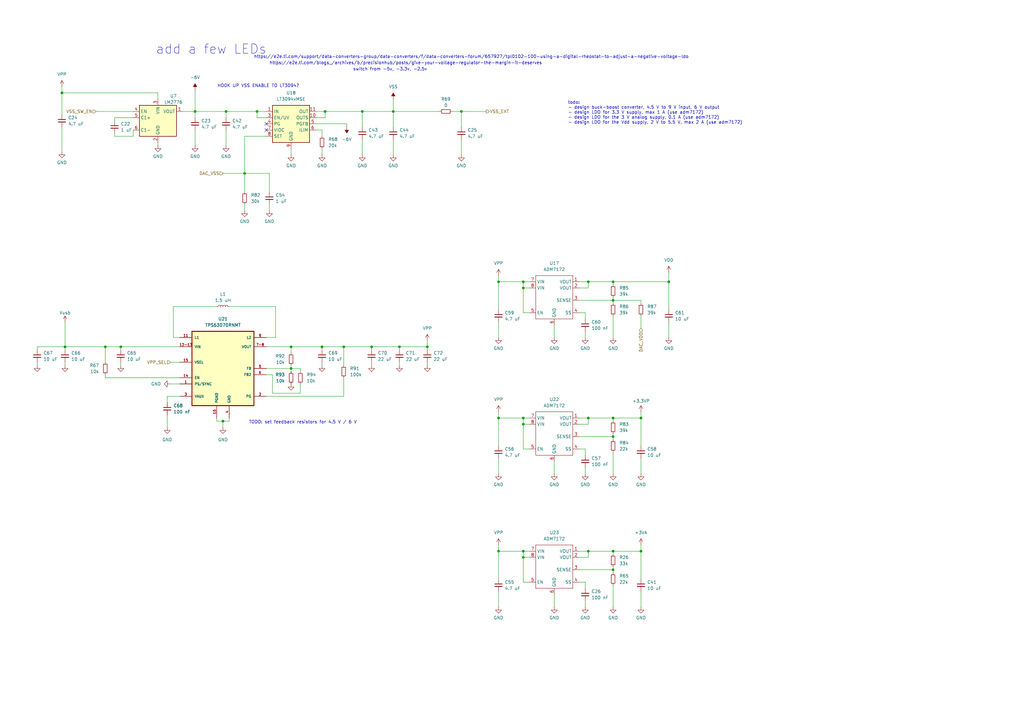
<source format=kicad_sch>
(kicad_sch (version 20230819) (generator eeschema)
  (paper "A3")
  (lib_symbols
    (symbol "Device:C_Small" (pin_numbers hide) (pin_names (offset 0.254) hide)
      (property "Reference" "C" (at 0.254 1.778 0))
      (property "Value" "C_Small" (at 0.254 -2.032 0))
      (symbol "C_Small_0_1"
        (polyline (pts (xy -1.524 -0.508) (xy 1.524 -0.508)) (stroke (width 0.3302)))
        (polyline (pts (xy -1.524 0.508) (xy 1.524 0.508)) (stroke (width 0.3048)))
      )
      (symbol "C_Small_1_1"
        (pin passive line (at 0 2.54 270) (length 2.032) (name "~") (number "1"))
        (pin passive line (at 0 -2.54 90) (length 2.032) (name "~") (number "2"))
      )
    )
    (symbol "Device:L_Small" (pin_numbers hide) (pin_names (offset 0.254) hide)
      (property "Reference" "L" (at 0.762 1.016 0))
      (property "Value" "L_Small" (at 0.762 -1.016 0))
      (symbol "L_Small_0_1"
        (arc (start 0 -2.032) (mid 0.5058 -1.524) (end 0 -1.016))
        (arc (start 0 -1.016) (mid 0.5058 -0.508) (end 0 0))
        (arc (start 0 0) (mid 0.5058 0.508) (end 0 1.016))
        (arc (start 0 1.016) (mid 0.5058 1.524) (end 0 2.032))
      )
      (symbol "L_Small_1_1"
        (pin passive line (at 0 2.54 270) (length 0.508) (name "~") (number "1"))
        (pin passive line (at 0 -2.54 90) (length 0.508) (name "~") (number "2"))
      )
    )
    (symbol "Device:R_Small" (pin_numbers hide) (pin_names (offset 0.254) hide)
      (property "Reference" "R" (at 0.762 0.508 0))
      (property "Value" "R_Small" (at 0.762 -1.016 0))
      (symbol "R_Small_0_1"
        (rectangle (start -0.762 1.778) (end 0.762 -1.778) (stroke (width 0.2032)))
      )
      (symbol "R_Small_1_1"
        (pin passive line (at 0 2.54 270) (length 0.762) (name "~") (number "1"))
        (pin passive line (at 0 -2.54 90) (length 0.762) (name "~") (number "2"))
      )
    )
    (symbol "Regulator_Linear:LT3094xMSE"
      (property "Reference" "U" (at -6.35 8.89 0))
      (property "Value" "LT3094xMSE" (at 1.27 8.89 0))
      (symbol "LT3094xMSE_0_0"
        (pin passive line (at 10.16 5.08 180) (length 2.54) hide (name "OUT") (number "12"))
        (pin passive line (at -10.16 5.08 0) (length 2.54) hide (name "IN") (number "13"))
      )
      (symbol "LT3094xMSE_0_1"
        (rectangle (start 7.62 7.62) (end -7.62 -7.62) (stroke (width 0.254)) (fill (type background)))
      )
      (symbol "LT3094xMSE_1_1"
        (pin power_in line (at -10.16 5.08 0) (length 2.54) (name "IN") (number "1"))
        (pin input line (at 10.16 2.54 180) (length 2.54) (name "OUTS") (number "10"))
        (pin power_out line (at 10.16 5.08 180) (length 2.54) (name "OUT") (number "11"))
        (pin passive line (at -10.16 5.08 0) (length 2.54) hide (name "IN") (number "2"))
        (pin input line (at -10.16 2.54 0) (length 2.54) (name "EN/UV") (number "3"))
        (pin open_collector line (at -10.16 0 0) (length 2.54) (name "PG") (number "4"))
        (pin input line (at 10.16 0 180) (length 2.54) (name "PGFB") (number "5"))
        (pin passive line (at 10.16 -2.54 180) (length 2.54) (name "ILIM") (number "6"))
        (pin passive line (at -10.16 -2.54 0) (length 2.54) (name "VIOC") (number "7"))
        (pin passive line (at -10.16 -5.08 0) (length 2.54) (name "SET") (number "8"))
        (pin power_in line (at 0 -10.16 90) (length 2.54) (name "GND") (number "9"))
      )
    )
    (symbol "Regulator_SwitchedCapacitor:LM2776"
      (property "Reference" "U" (at -6.35 6.35 0))
      (property "Value" "LM2776" (at 1.27 6.35 0))
      (symbol "LM2776_0_1"
        (rectangle (start -7.62 5.08) (end 7.62 -7.62) (stroke (width 0.254)) (fill (type background)))
      )
      (symbol "LM2776_1_1"
        (pin power_out line (at 10.16 2.54 180) (length 2.54) (name "VOUT") (number "1"))
        (pin power_in line (at 0 -10.16 90) (length 2.54) (name "GND") (number "2"))
        (pin power_in line (at 0 7.62 270) (length 2.54) (name "VIN") (number "3"))
        (pin input line (at -10.16 2.54 0) (length 2.54) (name "EN") (number "4"))
        (pin passive line (at -10.16 0 0) (length 2.54) (name "C1+") (number "5"))
        (pin passive line (at -10.16 -5.08 0) (length 2.54) (name "C1-") (number "6"))
      )
    )
    (symbol "jtk_rf:ADM7172"
      (property "Reference" "U" (at -7.366 10.668 0))
      (property "Value" "ADM7172" (at 4.826 10.668 0))
      (symbol "ADM7172_0_1"
        (rectangle (start -7.62 8.89) (end 7.62 -8.89))
      )
      (symbol "ADM7172_1_1"
        (pin power_out line (at 10.16 6.35 180) (length 2.54) (name "VOUT") (number "1"))
        (pin power_out line (at 10.16 3.81 180) (length 2.54) (name "VOUT") (number "2"))
        (pin input line (at 10.16 -1.27 180) (length 2.54) (name "SENSE") (number "3"))
        (pin output line (at 10.16 -6.35 180) (length 2.54) (name "SS") (number "4"))
        (pin input line (at -10.16 -6.35 0) (length 2.54) (name "EN") (number "5"))
        (pin power_in line (at 0 -11.43 90) (length 2.54) (name "GND") (number "6"))
        (pin power_in line (at -10.16 6.35 0) (length 2.54) (name "VIN") (number "7"))
        (pin power_in line (at -10.16 3.81 0) (length 2.54) (name "VIN") (number "8"))
        (pin power_in line (at 0 -11.43 90) (length 2.54) hide (name "GND") (number "9"))
      )
    )
    (symbol "jtk_rf_libs:Vusb" (power) (in_bom no) (on_board no)
      (property "Value" "Vusb" (at 0 3.81 0))
      (symbol "Vusb_0_1"
        (polyline (pts (xy 0 0) (xy 0 2.54) (xy -0.635 1.27) (xy 0 2.54) (xy 0.635 1.27)))
      )
      (symbol "Vusb_1_1"
        (pin power_in line (at 0 0 0) (length 0) hide (name "Vusb") (number ""))
      )
    )
    (symbol "power:+3.3VP" (power) (pin_names (offset 0))
      (property "Value" "+3.3VP" (at 0 2.54 0))
      (symbol "+3.3VP_0_0"
        (pin power_in line (at 0 0 90) (length 0) hide (name "+3.3VP") (number "1"))
      )
      (symbol "+3.3VP_0_1"
        (polyline (pts (xy -0.762 1.27) (xy 0 2.54)))
        (polyline (pts (xy 0 0) (xy 0 2.54)))
        (polyline (pts (xy 0 2.54) (xy 0.762 1.27)))
      )
    )
    (symbol "power:-6V" (power) (pin_names (offset 0))
      (property "Value" "-6V" (at 0 3.81 0))
      (symbol "-6V_0_0"
        (pin power_in line (at 0 0 90) (length 0) hide (name "-6V") (number "1"))
      )
      (symbol "-6V_0_1"
        (polyline (pts (xy 0 0) (xy 0 1.27) (xy 0.762 1.27) (xy 0 2.54) (xy -0.762 1.27) (xy 0 1.27)) (fill (type outline)))
      )
    )
    (symbol "power:GND" (power) (pin_names (offset 0))
      (property "Value" "GND" (at 0 -3.81 0))
      (symbol "GND_0_1"
        (polyline (pts (xy 0 0) (xy 0 -1.27) (xy 1.27 -1.27) (xy 0 -2.54) (xy -1.27 -1.27) (xy 0 -1.27)))
      )
      (symbol "GND_1_1"
        (pin power_in line (at 0 0 270) (length 0) hide (name "GND") (number "1"))
      )
    )
    (symbol "power:VDD" (power) (pin_names (offset 0))
      (property "Value" "VDD" (at 0 3.81 0))
      (symbol "VDD_0_1"
        (polyline (pts (xy -0.762 1.27) (xy 0 2.54)))
        (polyline (pts (xy 0 0) (xy 0 2.54)))
        (polyline (pts (xy 0 2.54) (xy 0.762 1.27)))
      )
      (symbol "VDD_1_1"
        (pin power_in line (at 0 0 90) (length 0) hide (name "VDD") (number "1"))
      )
    )
    (symbol "power:VPP" (power) (pin_names (offset 0))
      (property "Value" "VPP" (at 0 3.81 0))
      (symbol "VPP_0_1"
        (polyline (pts (xy -0.762 1.27) (xy 0 2.54)))
        (polyline (pts (xy 0 0) (xy 0 2.54)))
        (polyline (pts (xy 0 2.54) (xy 0.762 1.27)))
      )
      (symbol "VPP_1_1"
        (pin power_in line (at 0 0 90) (length 0) hide (name "VPP") (number "1"))
      )
    )
    (symbol "power:VSS" (power) (pin_names (offset 0))
      (property "Value" "VSS" (at 0 3.81 0))
      (symbol "VSS_0_1"
        (polyline (pts (xy 0 0) (xy 0 2.54)))
        (polyline (pts (xy 0.762 1.27) (xy -0.762 1.27) (xy 0 2.54) (xy 0.762 1.27)) (fill (type outline)))
      )
      (symbol "VSS_1_1"
        (pin power_in line (at 0 0 90) (length 0) hide (name "VSS") (number "1"))
      )
    )
    (symbol "tps63070:TPS63070RNMT" (pin_names (offset 1.016))
      (property "Reference" "U" (at -12.7 16.24 0))
      (property "Value" "TPS63070RNMT" (at -23.876 -18.288 0))
      (symbol "TPS63070RNMT_0_0"
        (rectangle (start -12.7 15.24) (end 12.7 -15.24) (stroke (width 0.41)) (fill (type background)))
        (pin input line (at -17.78 -6.35 0) (length 5.08) (name "PS/SYNC") (number "1"))
        (pin power_in line (at -2.54 -20.32 90) (length 5.08) (name "PGND") (number "10"))
        (pin input line (at -17.78 12.7 0) (length 5.08) (name "L1") (number "11"))
        (pin input line (at -17.78 8.89 0) (length 5.08) (name "VIN") (number "12-13"))
        (pin input line (at -17.78 -3.81 0) (length 5.08) (name "EN") (number "14"))
        (pin input line (at -17.78 2.54 0) (length 5.08) (name "VSEL") (number "15"))
        (pin output line (at 17.78 -11.43 180) (length 5.08) (name "PG") (number "2"))
        (pin output line (at -17.78 -11.43 0) (length 5.08) (name "VAUX") (number "3"))
        (pin power_in line (at 2.54 -20.32 90) (length 5.08) (name "GND") (number "4"))
        (pin input line (at 17.78 0 180) (length 5.08) (name "FB") (number "5"))
        (pin output line (at 17.78 -2.54 180) (length 5.08) (name "FB2") (number "6"))
        (pin output line (at 17.78 8.89 180) (length 5.08) (name "VOUT") (number "7-8"))
        (pin input line (at 17.78 12.7 180) (length 5.08) (name "L2") (number "9"))
      )
    )
  )
  (junction (at 251.46 226.06))
  (junction (at 251.46 171.45))
  (junction (at 25.4 38.1))
  (junction (at 161.29 45.72))
  (junction (at 132.08 142.24))
  (junction (at 214.63 173.99))
  (junction (at 26.67 142.24))
  (junction (at 105.41 45.72))
  (junction (at 163.83 142.24))
  (junction (at 189.23 45.72))
  (junction (at 241.3 226.06))
  (junction (at 91.44 172.72))
  (junction (at 214.63 115.57))
  (junction (at 204.47 171.45))
  (junction (at 262.89 226.06))
  (junction (at 204.47 115.57))
  (junction (at 100.33 71.12))
  (junction (at 262.89 171.45))
  (junction (at 152.4 142.24))
  (junction (at 43.18 142.24))
  (junction (at 119.38 151.13))
  (junction (at 241.3 171.45))
  (junction (at 175.26 142.24))
  (junction (at 140.97 142.24))
  (junction (at 133.35 45.72))
  (junction (at 251.46 233.68))
  (junction (at 251.46 115.57))
  (junction (at 214.63 118.11))
  (junction (at 241.3 115.57))
  (junction (at 214.63 226.06))
  (junction (at 49.53 142.24))
  (junction (at 214.63 171.45))
  (junction (at 251.46 179.07))
  (junction (at 251.46 123.19))
  (junction (at 80.01 45.72))
  (junction (at 214.63 228.6))
  (junction (at 92.71 45.72))
  (junction (at 204.47 226.06))
  (junction (at 119.38 142.24))
  (junction (at 148.59 45.72))
  (junction (at 274.32 115.57))
  (no_connect (at 109.22 50.8))
  (no_connect (at 109.22 53.34))
  (wire (pts (xy 111.76 161.29) (xy 123.19 161.29)))
  (wire (pts (xy 110.49 78.74) (xy 110.49 71.12)))
  (wire (pts (xy 69.85 148.59) (xy 73.66 148.59)))
  (wire (pts (xy 15.24 142.24) (xy 15.24 143.51)))
  (wire (pts (xy 175.26 148.59) (xy 175.26 149.86)))
  (wire (pts (xy 251.46 240.03) (xy 251.46 248.92)))
  (wire (pts (xy 241.3 171.45) (xy 237.49 171.45)))
  (wire (pts (xy 25.4 46.99) (xy 25.4 38.1)))
  (wire (pts (xy 237.49 123.19) (xy 251.46 123.19)))
  (wire (pts (xy 49.53 142.24) (xy 49.53 143.51)))
  (wire (pts (xy 251.46 226.06) (xy 251.46 227.33)))
  (wire (pts (xy 237.49 184.15) (xy 240.03 184.15)))
  (wire (pts (xy 175.26 139.7) (xy 175.26 142.24)))
  (wire (pts (xy 91.44 172.72) (xy 91.44 175.26)))
  (wire (pts (xy 148.59 57.15) (xy 148.59 63.5)))
  (wire (pts (xy 15.24 148.59) (xy 15.24 149.86)))
  (wire (pts (xy 237.49 118.11) (xy 241.3 118.11)))
  (wire (pts (xy 241.3 173.99) (xy 241.3 171.45)))
  (wire (pts (xy 163.83 142.24) (xy 175.26 142.24)))
  (wire (pts (xy 100.33 83.82) (xy 100.33 86.36)))
  (wire (pts (xy 204.47 223.52) (xy 204.47 226.06)))
  (wire (pts (xy 241.3 226.06) (xy 237.49 226.06)))
  (wire (pts (xy 240.03 135.89) (xy 240.03 138.43)))
  (wire (pts (xy 43.18 142.24) (xy 43.18 148.59)))
  (wire (pts (xy 227.33 243.84) (xy 227.33 248.92)))
  (wire (pts (xy 71.12 138.43) (xy 71.12 125.73)))
  (wire (pts (xy 204.47 168.91) (xy 204.47 171.45)))
  (wire (pts (xy 274.32 111.76) (xy 274.32 115.57)))
  (wire (pts (xy 251.46 177.8) (xy 251.46 179.07)))
  (wire (pts (xy 73.66 162.56) (xy 68.58 162.56)))
  (wire (pts (xy 240.03 184.15) (xy 240.03 186.69)))
  (wire (pts (xy 240.03 191.77) (xy 240.03 194.31)))
  (wire (pts (xy 100.33 55.88) (xy 109.22 55.88)))
  (wire (pts (xy 251.46 115.57) (xy 251.46 116.84)))
  (wire (pts (xy 100.33 55.88) (xy 100.33 71.12)))
  (wire (pts (xy 241.3 115.57) (xy 237.49 115.57)))
  (wire (pts (xy 214.63 173.99) (xy 217.17 173.99)))
  (wire (pts (xy 251.46 115.57) (xy 241.3 115.57)))
  (wire (pts (xy 214.63 118.11) (xy 214.63 115.57)))
  (wire (pts (xy 241.3 228.6) (xy 241.3 226.06)))
  (wire (pts (xy 152.4 148.59) (xy 152.4 149.86)))
  (wire (pts (xy 113.03 138.43) (xy 109.22 138.43)))
  (wire (pts (xy 132.08 53.34) (xy 132.08 55.88)))
  (wire (pts (xy 251.46 185.42) (xy 251.46 194.31)))
  (wire (pts (xy 214.63 171.45) (xy 217.17 171.45)))
  (wire (pts (xy 123.19 151.13) (xy 123.19 152.4)))
  (wire (pts (xy 204.47 237.49) (xy 204.47 226.06)))
  (wire (pts (xy 26.67 132.08) (xy 26.67 142.24)))
  (wire (pts (xy 133.35 45.72) (xy 148.59 45.72)))
  (wire (pts (xy 73.66 138.43) (xy 71.12 138.43)))
  (wire (pts (xy 251.46 115.57) (xy 274.32 115.57)))
  (wire (pts (xy 204.47 171.45) (xy 214.63 171.45)))
  (wire (pts (xy 25.4 52.07) (xy 25.4 62.23)))
  (wire (pts (xy 251.46 233.68) (xy 251.46 234.95)))
  (wire (pts (xy 237.49 179.07) (xy 251.46 179.07)))
  (wire (pts (xy 46.99 48.26) (xy 54.61 48.26)))
  (wire (pts (xy 46.99 48.26) (xy 46.99 49.53)))
  (wire (pts (xy 140.97 142.24) (xy 140.97 149.86)))
  (wire (pts (xy 109.22 48.26) (xy 105.41 48.26)))
  (wire (pts (xy 15.24 142.24) (xy 26.67 142.24)))
  (wire (pts (xy 262.89 129.54) (xy 262.89 134.62)))
  (wire (pts (xy 109.22 153.67) (xy 111.76 153.67)))
  (wire (pts (xy 262.89 123.19) (xy 262.89 124.46)))
  (wire (pts (xy 43.18 154.94) (xy 73.66 154.94)))
  (wire (pts (xy 129.54 53.34) (xy 132.08 53.34)))
  (wire (pts (xy 132.08 148.59) (xy 132.08 149.86)))
  (wire (pts (xy 109.22 151.13) (xy 119.38 151.13)))
  (wire (pts (xy 204.47 187.96) (xy 204.47 194.31)))
  (wire (pts (xy 262.89 226.06) (xy 262.89 237.49)))
  (wire (pts (xy 217.17 238.76) (xy 214.63 238.76)))
  (wire (pts (xy 110.49 71.12) (xy 100.33 71.12)))
  (wire (pts (xy 262.89 242.57) (xy 262.89 248.92)))
  (wire (pts (xy 71.12 125.73) (xy 88.9 125.73)))
  (wire (pts (xy 46.99 54.61) (xy 46.99 55.88)))
  (wire (pts (xy 251.46 123.19) (xy 262.89 123.19)))
  (wire (pts (xy 80.01 53.34) (xy 80.01 59.69)))
  (wire (pts (xy 25.4 38.1) (xy 64.77 38.1)))
  (wire (pts (xy 26.67 148.59) (xy 26.67 149.86)))
  (wire (pts (xy 93.98 125.73) (xy 113.03 125.73)))
  (wire (pts (xy 91.44 71.12) (xy 100.33 71.12)))
  (wire (pts (xy 80.01 36.83) (xy 80.01 45.72)))
  (wire (pts (xy 129.54 48.26) (xy 133.35 48.26)))
  (wire (pts (xy 185.42 45.72) (xy 189.23 45.72)))
  (wire (pts (xy 251.46 226.06) (xy 241.3 226.06)))
  (wire (pts (xy 214.63 128.27) (xy 214.63 118.11)))
  (wire (pts (xy 237.49 233.68) (xy 251.46 233.68)))
  (wire (pts (xy 214.63 228.6) (xy 214.63 226.06)))
  (wire (pts (xy 25.4 35.56) (xy 25.4 38.1)))
  (wire (pts (xy 214.63 238.76) (xy 214.63 228.6)))
  (wire (pts (xy 123.19 157.48) (xy 123.19 161.29)))
  (wire (pts (xy 105.41 45.72) (xy 109.22 45.72)))
  (wire (pts (xy 54.61 55.88) (xy 54.61 53.34)))
  (wire (pts (xy 251.46 129.54) (xy 251.46 138.43)))
  (wire (pts (xy 274.32 132.08) (xy 274.32 138.43)))
  (wire (pts (xy 175.26 142.24) (xy 175.26 143.51)))
  (wire (pts (xy 113.03 125.73) (xy 113.03 138.43)))
  (wire (pts (xy 214.63 115.57) (xy 217.17 115.57)))
  (wire (pts (xy 105.41 48.26) (xy 105.41 45.72)))
  (wire (pts (xy 214.63 118.11) (xy 217.17 118.11)))
  (wire (pts (xy 204.47 127) (xy 204.47 115.57)))
  (wire (pts (xy 132.08 142.24) (xy 132.08 143.51)))
  (wire (pts (xy 251.46 232.41) (xy 251.46 233.68)))
  (wire (pts (xy 46.99 55.88) (xy 54.61 55.88)))
  (wire (pts (xy 262.89 168.91) (xy 262.89 171.45)))
  (wire (pts (xy 92.71 53.34) (xy 92.71 59.69)))
  (wire (pts (xy 237.49 228.6) (xy 241.3 228.6)))
  (wire (pts (xy 152.4 142.24) (xy 163.83 142.24)))
  (wire (pts (xy 237.49 238.76) (xy 240.03 238.76)))
  (wire (pts (xy 251.46 179.07) (xy 251.46 180.34)))
  (wire (pts (xy 251.46 171.45) (xy 262.89 171.45)))
  (wire (pts (xy 274.32 115.57) (xy 274.32 127)))
  (wire (pts (xy 91.44 172.72) (xy 93.98 172.72)))
  (wire (pts (xy 227.33 133.35) (xy 227.33 138.43)))
  (wire (pts (xy 161.29 40.64) (xy 161.29 45.72)))
  (wire (pts (xy 227.33 189.23) (xy 227.33 194.31)))
  (wire (pts (xy 142.24 52.07) (xy 142.24 50.8)))
  (wire (pts (xy 111.76 153.67) (xy 111.76 161.29)))
  (wire (pts (xy 119.38 142.24) (xy 119.38 144.78)))
  (wire (pts (xy 163.83 142.24) (xy 163.83 143.51)))
  (wire (pts (xy 217.17 128.27) (xy 214.63 128.27)))
  (wire (pts (xy 240.03 246.38) (xy 240.03 248.92)))
  (wire (pts (xy 74.93 45.72) (xy 80.01 45.72)))
  (wire (pts (xy 100.33 78.74) (xy 100.33 71.12)))
  (wire (pts (xy 129.54 45.72) (xy 133.35 45.72)))
  (wire (pts (xy 92.71 45.72) (xy 105.41 45.72)))
  (wire (pts (xy 140.97 142.24) (xy 152.4 142.24)))
  (wire (pts (xy 237.49 128.27) (xy 240.03 128.27)))
  (wire (pts (xy 204.47 226.06) (xy 214.63 226.06)))
  (wire (pts (xy 119.38 151.13) (xy 119.38 149.86)))
  (wire (pts (xy 88.9 171.45) (xy 88.9 172.72)))
  (wire (pts (xy 204.47 242.57) (xy 204.47 248.92)))
  (wire (pts (xy 241.3 118.11) (xy 241.3 115.57)))
  (wire (pts (xy 109.22 142.24) (xy 119.38 142.24)))
  (wire (pts (xy 39.37 45.72) (xy 54.61 45.72)))
  (wire (pts (xy 214.63 173.99) (xy 214.63 171.45)))
  (wire (pts (xy 129.54 50.8) (xy 142.24 50.8)))
  (wire (pts (xy 163.83 148.59) (xy 163.83 149.86)))
  (wire (pts (xy 132.08 60.96) (xy 132.08 63.5)))
  (wire (pts (xy 240.03 238.76) (xy 240.03 241.3)))
  (wire (pts (xy 204.47 182.88) (xy 204.47 171.45)))
  (wire (pts (xy 214.63 184.15) (xy 214.63 173.99)))
  (wire (pts (xy 161.29 57.15) (xy 161.29 63.5)))
  (wire (pts (xy 148.59 45.72) (xy 148.59 52.07)))
  (wire (pts (xy 204.47 115.57) (xy 214.63 115.57)))
  (wire (pts (xy 68.58 162.56) (xy 68.58 165.1)))
  (wire (pts (xy 93.98 172.72) (xy 93.98 171.45)))
  (wire (pts (xy 92.71 45.72) (xy 92.71 48.26)))
  (wire (pts (xy 68.58 170.18) (xy 68.58 175.26)))
  (wire (pts (xy 237.49 173.99) (xy 241.3 173.99)))
  (wire (pts (xy 49.53 148.59) (xy 49.53 149.86)))
  (wire (pts (xy 119.38 151.13) (xy 119.38 152.4)))
  (wire (pts (xy 148.59 45.72) (xy 161.29 45.72)))
  (wire (pts (xy 189.23 57.15) (xy 189.23 63.5)))
  (wire (pts (xy 80.01 45.72) (xy 92.71 45.72)))
  (wire (pts (xy 140.97 154.94) (xy 140.97 162.56)))
  (wire (pts (xy 251.46 226.06) (xy 262.89 226.06)))
  (wire (pts (xy 26.67 142.24) (xy 26.67 143.51)))
  (wire (pts (xy 214.63 228.6) (xy 217.17 228.6)))
  (wire (pts (xy 64.77 58.42) (xy 64.77 59.69)))
  (wire (pts (xy 69.85 157.48) (xy 73.66 157.48)))
  (wire (pts (xy 64.77 38.1) (xy 64.77 40.64)))
  (wire (pts (xy 204.47 132.08) (xy 204.47 138.43)))
  (wire (pts (xy 189.23 45.72) (xy 199.39 45.72)))
  (wire (pts (xy 110.49 83.82) (xy 110.49 86.36)))
  (wire (pts (xy 80.01 45.72) (xy 80.01 48.26)))
  (wire (pts (xy 119.38 60.96) (xy 119.38 63.5)))
  (wire (pts (xy 161.29 45.72) (xy 161.29 52.07)))
  (wire (pts (xy 119.38 142.24) (xy 132.08 142.24)))
  (wire (pts (xy 262.89 223.52) (xy 262.89 226.06)))
  (wire (pts (xy 43.18 153.67) (xy 43.18 154.94)))
  (wire (pts (xy 152.4 142.24) (xy 152.4 143.51)))
  (wire (pts (xy 251.46 123.19) (xy 251.46 124.46)))
  (wire (pts (xy 214.63 226.06) (xy 217.17 226.06)))
  (wire (pts (xy 26.67 142.24) (xy 43.18 142.24)))
  (wire (pts (xy 133.35 48.26) (xy 133.35 45.72)))
  (wire (pts (xy 189.23 45.72) (xy 189.23 52.07)))
  (wire (pts (xy 109.22 162.56) (xy 140.97 162.56)))
  (wire (pts (xy 240.03 128.27) (xy 240.03 130.81)))
  (wire (pts (xy 262.89 187.96) (xy 262.89 194.31)))
  (wire (pts (xy 217.17 184.15) (xy 214.63 184.15)))
  (wire (pts (xy 204.47 113.03) (xy 204.47 115.57)))
  (wire (pts (xy 262.89 171.45) (xy 262.89 182.88)))
  (wire (pts (xy 49.53 142.24) (xy 73.66 142.24)))
  (wire (pts (xy 251.46 121.92) (xy 251.46 123.19)))
  (wire (pts (xy 161.29 45.72) (xy 180.34 45.72)))
  (wire (pts (xy 43.18 142.24) (xy 49.53 142.24)))
  (wire (pts (xy 119.38 151.13) (xy 123.19 151.13)))
  (wire (pts (xy 132.08 142.24) (xy 140.97 142.24)))
  (wire (pts (xy 88.9 172.72) (xy 91.44 172.72)))
  (wire (pts (xy 251.46 171.45) (xy 251.46 172.72)))
  (wire (pts (xy 251.46 171.45) (xy 241.3 171.45)))
  (text "TODO: set feedback resistors for 4.5 V / 6 V" (at 124.206 173.228 0) (effects (font (size 1.27 1.27))))
  (text "https://e2e.ti.com/support/data-converters-group/data-converters/f/data-converters-forum/657927/tpl0102-100-using-a-digital-rheostat-to-adjust-a-negative-voltage-ldo" (at 104.14 24.13 0) (effects (font (size 1.27 1.27)) (justify left bottom)))
  (text "switch from -5v, -3.3v, -2.5v" (at 144.78 29.21 0) (effects (font (size 1.27 1.27)) (justify left bottom)))
  (text "HOOK UP VSS ENABLE TO LT3094?" (at 105.918 35.306 0) (effects (font (size 1.27 1.27))))
  (text "add a few LEDs" (at 86.614 20.32 0) (effects (font (size 3.81 3.81))))
  (text "https://e2e.ti.com/blogs_/archives/b/precisionhub/posts/give-your-voltage-regulator-the-margin-it-deserves" (at 110.49 26.67 0) (effects (font (size 1.27 1.27)) (justify left bottom)))
  (text "todo:\n- design buck-boost converter, 4.5 V to 9 V input, 6 V output\n- design LDO for 3.3 V supply, max 1 A (use adm7172)\n- design LDO for the 3 V analog supply, 0.1 A (use adm7172)\n- design LDO for the Vdd supply, 2 V to 5.5 V, max 2 A (use adm7172)" (at 232.918 46.228 0) (effects (font (size 1.27 1.27)) (justify left)))
  (hierarchical_label "VSS_SW_EN" (shape input) (at 39.37 45.72 180))
  (hierarchical_label "DAC_VDD" (shape input) (at 262.89 134.62 270))
  (hierarchical_label "DAC_VSS" (shape input) (at 91.44 71.12 180))
  (hierarchical_label "VSS_EXT" (shape output) (at 199.39 45.72 0))
  (hierarchical_label "VPP_SEL" (shape input) (at 69.85 148.59 180))
  (symbol (lib_id "Device:R_Small") (at 123.19 154.94 0) (unit 1)
    (property "Reference" "R94" (at 125.73 153.6699 0) (effects (justify left)))
    (property "Value" "10k" (at 125.73 156.2099 0) (effects (justify left)))
    (property "Description" "Resistor, small symbol" (effects hide))
  )
  (symbol (lib_id "power:GND") (at 227.33 248.92 0) (unit 1)
    (property "Reference" "#PWR099" (effects hide))
    (property "Value" "GND" (at 227.33 253.365 0))
  )
  (symbol (lib_id "Device:C_Small") (at 68.58 167.64 0) (unit 1)
    (property "Reference" "C68" (at 71.12 166.3762 0) (effects (justify left)))
    (property "Value" "100 nF" (at 71.12 168.9162 0) (effects (justify left)))
    (property "Description" "Unpolarized capacitor, small symbol" (effects hide))
  )
  (symbol (lib_id "Regulator_SwitchedCapacitor:LM2776") (at 64.77 48.26 0) (unit 1)
    (property "Reference" "U7" (at 71.12 39.37 0))
    (property "Value" "LM2776" (at 71.12 41.91 0))
    (property "Footprint" "Package_TO_SOT_SMD:SOT-23-6" (effects hide))
    (property "Datasheet" "http://www.ti.com/lit/ds/symlink/lm2776.pdf" (effects hide))
  )
  (symbol (lib_id "Device:C_Small") (at 132.08 146.05 0) (unit 1)
    (property "Reference" "C69" (at 134.62 144.7862 0) (effects (justify left)))
    (property "Value" "10 uF" (at 134.62 147.3262 0) (effects (justify left)))
    (property "Description" "Unpolarized capacitor, small symbol" (effects hide))
  )
  (symbol (lib_id "power:-6V") (at 142.24 52.07 180) (unit 1)
    (property "Reference" "#PWR0107" (effects hide))
    (property "Value" "-6V" (at 142.24 57.15 0))
  )
  (symbol (lib_id "Device:R_Small") (at 251.46 119.38 0) (unit 1)
    (property "Reference" "R85" (at 254 118.1099 0) (effects (justify left)))
    (property "Value" "39k" (at 254 120.6499 0) (effects (justify left)))
    (property "Description" "Resistor, small symbol" (effects hide))
  )
  (symbol (lib_id "power:GND") (at 152.4 149.86 0) (unit 1)
    (property "Reference" "#PWR0167" (effects hide))
    (property "Value" "GND" (effects hide))
  )
  (symbol (lib_id "power:GND") (at 119.38 157.48 0) (unit 1)
    (property "Reference" "#PWR0169" (effects hide))
    (property "Value" "GND" (effects hide))
  )
  (symbol (lib_id "Device:C_Small") (at 262.89 185.42 0) (unit 1)
    (property "Reference" "C58" (at 265.43 184.1562 0) (effects (justify left)))
    (property "Value" "10 uF" (at 265.43 186.6962 0) (effects (justify left)))
  )
  (symbol (lib_id "Device:C_Small") (at 92.71 50.8 0) (unit 1)
    (property "Reference" "C42" (at 95.25 49.5363 0) (effects (justify left)))
    (property "Value" "4.7 uF" (at 95.25 52.0763 0) (effects (justify left)))
  )
  (symbol (lib_id "jtk_rf_libs:Vusb") (at 26.67 132.08 0) (unit 1) (in_bom no) (on_board no)
    (property "Reference" "PWR#02" (effects hide))
    (property "Value" "Vusb" (at 26.67 128.27 0))
  )
  (symbol (lib_id "power:GND") (at 189.23 63.5 0) (unit 1)
    (property "Reference" "#PWR048" (effects hide))
    (property "Value" "GND" (at 189.23 67.945 0))
  )
  (symbol (lib_id "power:GND") (at 251.46 248.92 0) (unit 1)
    (property "Reference" "#PWR0118" (effects hide))
    (property "Value" "GND" (at 251.46 253.365 0))
  )
  (symbol (lib_id "power:GND") (at 240.03 194.31 0) (unit 1)
    (property "Reference" "#PWR0139" (effects hide))
    (property "Value" "GND" (at 240.03 198.755 0))
  )
  (symbol (lib_id "power:GND") (at 26.67 149.86 0) (unit 1)
    (property "Reference" "#PWR0161" (effects hide))
    (property "Value" "GND" (effects hide))
  )
  (symbol (lib_id "power:GND") (at 175.26 149.86 0) (unit 1)
    (property "Reference" "#PWR0168" (effects hide))
    (property "Value" "GND" (effects hide))
  )
  (symbol (lib_id "Device:C_Small") (at 163.83 146.05 0) (unit 1)
    (property "Reference" "C71" (at 166.37 144.7862 0) (effects (justify left)))
    (property "Value" "22 uF" (at 166.37 147.3262 0) (effects (justify left)))
    (property "Description" "Unpolarized capacitor, small symbol" (effects hide))
  )
  (symbol (lib_id "power:VPP") (at 204.47 113.03 0) (unit 1)
    (property "Reference" "#PWR0141" (effects hide))
    (property "Value" "VPP" (at 204.47 107.95 0))
  )
  (symbol (lib_id "power:GND") (at 69.85 157.48 270) (unit 1)
    (property "Reference" "#PWR0103" (effects hide))
    (property "Value" "GND" (at 66.04 157.4799 90) (effects (justify right)))
  )
  (symbol (lib_id "Device:C_Small") (at 25.4 49.53 0) (unit 1)
    (property "Reference" "C24" (at 27.94 48.2663 0) (effects (justify left)))
    (property "Value" "4.7 uF" (at 27.94 50.8063 0) (effects (justify left)))
  )
  (symbol (lib_id "Device:R_Small") (at 132.08 58.42 180) (unit 1)
    (property "Reference" "R68" (at 134.62 57.1499 0) (effects (justify right)))
    (property "Value" "20k" (at 134.62 59.6899 0) (effects (justify right)))
  )
  (symbol (lib_id "power:GND") (at 100.33 86.36 0) (unit 1)
    (property "Reference" "#PWR0134" (effects hide))
    (property "Value" "GND" (at 100.33 90.805 0))
  )
  (symbol (lib_id "power:VPP") (at 204.47 223.52 0) (unit 1)
    (property "Reference" "#PWR0133" (effects hide))
    (property "Value" "VPP" (at 204.47 218.44 0))
  )
  (symbol (lib_id "Device:C_Small") (at 15.24 146.05 0) (unit 1)
    (property "Reference" "C67" (at 17.78 144.7862 0) (effects (justify left)))
    (property "Value" "10 uF" (at 17.78 147.3262 0) (effects (justify left)))
    (property "Description" "Unpolarized capacitor, small symbol" (effects hide))
  )
  (symbol (lib_id "power:GND") (at 15.24 149.86 0) (unit 1)
    (property "Reference" "#PWR0162" (effects hide))
    (property "Value" "GND" (effects hide))
  )
  (symbol (lib_id "Device:R_Small") (at 251.46 229.87 0) (unit 1)
    (property "Reference" "R26" (at 254 228.5999 0) (effects (justify left)))
    (property "Value" "33k" (at 254 231.1399 0) (effects (justify left)))
    (property "Description" "Resistor, small symbol" (effects hide))
  )
  (symbol (lib_id "Device:R_Small") (at 251.46 175.26 0) (unit 1)
    (property "Reference" "R83" (at 254 173.9899 0) (effects (justify left)))
    (property "Value" "39k" (at 254 176.5299 0) (effects (justify left)))
    (property "Description" "Resistor, small symbol" (effects hide))
  )
  (symbol (lib_id "power:GND") (at 262.89 194.31 0) (unit 1)
    (property "Reference" "#PWR0142" (effects hide))
    (property "Value" "GND" (at 262.89 198.755 0))
  )
  (symbol (lib_id "Device:R_Small") (at 119.38 147.32 0) (mirror y) (unit 1)
    (property "Reference" "R92" (at 116.84 146.0499 0) (effects (justify left)))
    (property "Value" "10k" (at 116.84 148.5899 0) (effects (justify left)))
    (property "Description" "Resistor, small symbol" (effects hide))
  )
  (symbol (lib_id "Device:C_Small") (at 204.47 129.54 0) (unit 1)
    (property "Reference" "C59" (at 207.01 128.2763 0) (effects (justify left)))
    (property "Value" "4.7 uF" (at 207.01 130.8163 0) (effects (justify left)))
  )
  (symbol (lib_id "power:GND") (at 251.46 194.31 0) (unit 1)
    (property "Reference" "#PWR0140" (effects hide))
    (property "Value" "GND" (at 251.46 198.755 0))
  )
  (symbol (lib_id "Device:L_Small") (at 91.44 125.73 90) (unit 1)
    (property "Reference" "L1" (at 91.44 120.65 90))
    (property "Value" "1.5 uH" (at 91.44 123.19 90))
    (property "Description" "Inductor, small symbol" (effects hide))
  )
  (symbol (lib_id "power:VPP") (at 204.47 168.91 0) (unit 1)
    (property "Reference" "#PWR0136" (effects hide))
    (property "Value" "VPP" (at 204.47 163.83 0))
  )
  (symbol (lib_id "Device:R_Small") (at 100.33 81.28 0) (unit 1)
    (property "Reference" "R82" (at 102.87 80.0099 0) (effects (justify left)))
    (property "Value" "30k" (at 102.87 82.5499 0) (effects (justify left)))
    (property "Description" "Resistor, small symbol" (effects hide))
  )
  (symbol (lib_id "power:GND") (at 148.59 63.5 0) (unit 1)
    (property "Reference" "#PWR0108" (effects hide))
    (property "Value" "GND" (at 148.59 67.945 0))
  )
  (symbol (lib_id "power:GND") (at 49.53 149.86 0) (unit 1)
    (property "Reference" "#PWR0160" (effects hide))
    (property "Value" "GND" (effects hide))
  )
  (symbol (lib_id "power:GND") (at 132.08 149.86 0) (unit 1)
    (property "Reference" "#PWR0165" (effects hide))
    (property "Value" "GND" (effects hide))
  )
  (symbol (lib_id "jtk_rf:ADM7172") (at 227.33 121.92 0) (unit 1)
    (property "Reference" "U17" (at 227.33 107.95 0))
    (property "Value" "ADM7172" (at 227.33 110.49 0))
    (property "Footprint" "Package_CSP:LFCSP-8-1EP_3x3mm_P0.5mm_EP1.6x2.34mm" (effects hide))
    (property "Datasheet" "https://www.analog.com/media/en/technical-documentation/data-sheets/adm7172.pdf" (effects hide))
    (property "Description" "6.5 V, 2 A, Ultralow Noise, High PSRR, Fast Transient Response CMOS LDO" (effects hide))
  )
  (symbol (lib_id "power:VDD") (at 274.32 111.76 0) (unit 1)
    (property "Reference" "#PWR0100" (effects hide))
    (property "Value" "VDD" (at 274.32 106.68 0))
    (instances (project "bias_controller" (path "" (reference "#PWR0100") (unit 1)) (path "" (reference "#PWR0121") (unit 1))))
  )
  (symbol (lib_id "power:GND") (at 161.29 63.5 0) (unit 1)
    (property "Reference" "#PWR0109" (effects hide))
    (property "Value" "GND" (at 161.29 67.945 0))
  )
  (symbol (lib_id "Device:C_Small") (at 161.29 54.61 0) (unit 1)
    (property "Reference" "C44" (at 163.83 53.3463 0) (effects (justify left)))
    (property "Value" "4.7 uF" (at 163.83 55.8863 0) (effects (justify left)))
  )
  (symbol (lib_id "jtk_rf:ADM7172") (at 227.33 232.41 0) (unit 1)
    (property "Reference" "U23" (at 227.33 218.44 0))
    (property "Value" "ADM7172" (at 227.33 220.98 0))
    (property "Footprint" "Package_CSP:LFCSP-8-1EP_3x3mm_P0.5mm_EP1.6x2.34mm" (effects hide))
    (property "Datasheet" "https://www.analog.com/media/en/technical-documentation/data-sheets/adm7172.pdf" (effects hide))
    (property "Description" "6.5 V, 2 A, Ultralow Noise, High PSRR, Fast Transient Response CMOS LDO" (effects hide))
  )
  (symbol (lib_id "power:+3.3VP") (at 262.89 168.91 0) (unit 1)
    (property "Reference" "#PWR052" (effects hide))
    (property "Value" "+3.3VP" (at 262.89 164.465 0))
    (instances (project "bias_controller" (path "" (reference "#PWR052") (unit 1)) (path "" (reference "#PWR031") (unit 1)) (path "" (reference "#PWR0134") (unit 1))))
  )
  (symbol (lib_id "Device:R_Small") (at 43.18 151.13 0) (mirror y) (unit 1)
    (property "Reference" "R67" (at 40.64 149.8599 0) (effects (justify left)))
    (property "Value" "10k" (at 40.64 152.3999 0) (effects (justify left)))
    (property "Description" "Resistor, small symbol" (effects hide))
  )
  (symbol (lib_id "Device:C_Small") (at 46.99 52.07 0) (unit 1)
    (property "Reference" "C22" (at 49.53 50.8063 0) (effects (justify left)))
    (property "Value" "1 uF" (at 49.53 53.3463 0) (effects (justify left)))
  )
  (symbol (lib_id "power:VPP") (at 25.4 35.56 0) (unit 1)
    (property "Reference" "#PWR020" (effects hide))
    (property "Value" "VPP" (at 25.4 30.48 0))
  )
  (symbol (lib_id "Device:R_Small") (at 262.89 127 0) (unit 1)
    (property "Reference" "R87" (at 265.43 125.7299 0) (effects (justify left)))
    (property "Value" "39k" (at 265.43 128.2699 0) (effects (justify left)))
    (property "Description" "Resistor, small symbol" (effects hide))
  )
  (symbol (lib_id "power:GND") (at 204.47 194.31 0) (unit 1)
    (property "Reference" "#PWR0137" (effects hide))
    (property "Value" "GND" (at 204.47 198.755 0))
  )
  (symbol (lib_id "power:VPP") (at 175.26 139.7 0) (unit 1)
    (property "Reference" "#PWR023" (effects hide))
    (property "Value" "VPP" (at 175.26 134.62 0))
  )
  (symbol (lib_id "jtk_rf:ADM7172") (at 227.33 177.8 0) (unit 1)
    (property "Reference" "U22" (at 227.33 163.83 0))
    (property "Value" "ADM7172" (at 227.33 166.37 0))
    (property "Footprint" "Package_CSP:LFCSP-8-1EP_3x3mm_P0.5mm_EP1.6x2.34mm" (effects hide))
    (property "Datasheet" "https://www.analog.com/media/en/technical-documentation/data-sheets/adm7172.pdf" (effects hide))
    (property "Description" "6.5 V, 2 A, Ultralow Noise, High PSRR, Fast Transient Response CMOS LDO" (effects hide))
  )
  (symbol (lib_id "Device:C_Small") (at 175.26 146.05 0) (unit 1)
    (property "Reference" "C72" (at 177.8 144.7862 0) (effects (justify left)))
    (property "Value" "22 uF" (at 177.8 147.3262 0) (effects (justify left)))
    (property "Description" "Unpolarized capacitor, small symbol" (effects hide))
  )
  (symbol (lib_id "tps63070:TPS63070RNMT") (at 91.44 151.13 0) (unit 1)
    (property "Reference" "U21" (at 91.44 130.81 0))
    (property "Value" "TPS63070RNMT" (at 91.44 133.35 0))
    (property "Footprint" "snapeda:VREG_TPS63070RNMR" (effects hide))
    (property "Datasheet" "https://www.ti.com/lit/ds/symlink/tps63070.pdf" (effects hide))
    (property "Description" "TPS63070 2-V to 16-V Buck-Boost Converter With 3.6-A Switch Current" (effects hide))
    (property "MF" "Texas Instruments" (effects hide))
    (property "Description_1" "\nWide input voltage (2V-16V) buck-boost converter\n" (effects hide))
    (property "Package" "VQFN-HR-15 Texas Instruments" (effects hide))
    (property "Price" "None" (effects hide))
    (property "SnapEDA_Link" "https://www.snapeda.com/parts/TPS63070RNMT/Texas+Instruments/view-part/?ref=snap" (effects hide))
    (property "MP" "TPS63070RNMT" (effects hide))
    (property "Purchase-URL" "https://www.snapeda.com/api/url_track_click_mouser/?unipart_id=561618&manufacturer=Texas Instruments&part_name=TPS63070RNMT&search_term=tps63070" (effects hide))
    (property "Availability" "In Stock" (effects hide))
    (property "Check_prices" "https://www.snapeda.com/parts/TPS63070RNMT/Texas+Instruments/view-part/?ref=eda" (effects hide))
  )
  (symbol (lib_id "Device:R_Small") (at 251.46 237.49 0) (unit 1)
    (property "Reference" "R65" (at 254 236.2199 0) (effects (justify left)))
    (property "Value" "22k" (at 254 238.7599 0) (effects (justify left)))
    (property "Description" "Resistor, small symbol" (effects hide))
  )
  (symbol (lib_id "power:GND") (at 240.03 248.92 0) (unit 1)
    (property "Reference" "#PWR0101" (effects hide))
    (property "Value" "GND" (at 240.03 253.365 0))
  )
  (symbol (lib_id "Device:R_Small") (at 251.46 127 0) (unit 1)
    (property "Reference" "R86" (at 254 125.7299 0) (effects (justify left)))
    (property "Value" "39k" (at 254 128.2699 0) (effects (justify left)))
    (property "Description" "Resistor, small symbol" (effects hide))
  )
  (symbol (lib_id "power:GND") (at 163.83 149.86 0) (unit 1)
    (property "Reference" "#PWR0166" (effects hide))
    (property "Value" "GND" (effects hide))
  )
  (symbol (lib_id "Device:C_Small") (at 240.03 189.23 0) (unit 1)
    (property "Reference" "C57" (at 242.57 187.9662 0) (effects (justify left)))
    (property "Value" "100 nF" (at 242.57 190.5062 0) (effects (justify left)))
  )
  (symbol (lib_id "Device:C_Small") (at 26.67 146.05 0) (unit 1)
    (property "Reference" "C66" (at 29.21 144.7862 0) (effects (justify left)))
    (property "Value" "10 uF" (at 29.21 147.3262 0) (effects (justify left)))
    (property "Description" "Unpolarized capacitor, small symbol" (effects hide))
  )
  (symbol (lib_id "Device:C_Small") (at 152.4 146.05 0) (unit 1)
    (property "Reference" "C70" (at 154.94 144.7862 0) (effects (justify left)))
    (property "Value" "22 uF" (at 154.94 147.3262 0) (effects (justify left)))
    (property "Description" "Unpolarized capacitor, small symbol" (effects hide))
  )
  (symbol (lib_id "power:+3.3VP") (at 262.89 223.52 0) (unit 1)
    (property "Reference" "#PWR049" (effects hide))
    (property "Value" "+3VA" (at 262.89 218.44 0))
    (instances (project "bias_controller" (path "" (reference "#PWR049") (unit 1)) (path "" (reference "#PWR094") (unit 1)) (path "" (reference "#PWR0116") (unit 1))))
  )
  (symbol (lib_id "power:GND") (at 64.77 59.69 0) (unit 1)
    (property "Reference" "#PWR053" (effects hide))
    (property "Value" "GND" (at 64.77 64.135 0))
  )
  (symbol (lib_id "Device:R_Small") (at 119.38 154.94 0) (mirror y) (unit 1)
    (property "Reference" "R93" (at 116.84 153.6699 0) (effects (justify left)))
    (property "Value" "10k" (at 116.84 156.2099 0) (effects (justify left)))
    (property "Description" "Resistor, small symbol" (effects hide))
  )
  (symbol (lib_id "Device:C_Small") (at 189.23 54.61 0) (unit 1)
    (property "Reference" "C25" (at 191.77 53.3463 0) (effects (justify left)))
    (property "Value" "4.7 uF" (at 191.77 55.8863 0) (effects (justify left)))
  )
  (symbol (lib_id "Device:C_Small") (at 204.47 185.42 0) (unit 1)
    (property "Reference" "C56" (at 207.01 184.1563 0) (effects (justify left)))
    (property "Value" "4.7 uF" (at 207.01 186.6963 0) (effects (justify left)))
  )
  (symbol (lib_id "power:GND") (at 119.38 63.5 0) (unit 1)
    (property "Reference" "#PWR0104" (effects hide))
    (property "Value" "GND" (at 119.38 67.945 0))
  )
  (symbol (lib_id "power:GND") (at 204.47 138.43 0) (unit 1)
    (property "Reference" "#PWR0143" (effects hide))
    (property "Value" "GND" (at 204.47 142.875 0))
  )
  (symbol (lib_id "power:GND") (at 68.58 175.26 0) (unit 1)
    (property "Reference" "#PWR0164" (effects hide))
    (property "Value" "GND" (at 68.58 180.34 0))
  )
  (symbol (lib_id "power:GND") (at 92.71 59.69 0) (unit 1)
    (property "Reference" "#PWR0105" (effects hide))
    (property "Value" "GND" (at 92.71 64.135 0))
  )
  (symbol (lib_id "power:-6V") (at 80.01 36.83 0) (unit 1)
    (property "Reference" "#PWR055" (effects hide))
    (property "Value" "-6V" (at 80.01 31.75 0))
  )
  (symbol (lib_id "Regulator_Linear:LT3094xMSE") (at 119.38 50.8 0) (unit 1)
    (property "Reference" "U18" (at 119.38 38.1 0))
    (property "Value" "LT3094xMSE" (at 119.38 40.64 0))
    (property "Footprint" "Package_SO:MSOP-12-1EP_3x4mm_P0.65mm_EP1.65x2.85mm" (effects hide))
    (property "Datasheet" "https://www.analog.com/media/en/technical-documentation/data-sheets/LT3094.pdf" (effects hide))
    (property "Description" "-500mA, Adjustable, Ultralow Noise, Ultrahigh PSRR RF Negative Linear Regulator, MSOP-12" (effects hide))
  )
  (symbol (lib_id "power:GND") (at 91.44 175.26 0) (unit 1)
    (property "Reference" "#PWR0163" (effects hide))
    (property "Value" "GND" (at 91.44 180.34 0))
  )
  (symbol (lib_id "power:GND") (at 262.89 248.92 0) (unit 1)
    (property "Reference" "#PWR0119" (effects hide))
    (property "Value" "GND" (at 262.89 253.365 0))
  )
  (symbol (lib_id "power:GND") (at 227.33 194.31 0) (unit 1)
    (property "Reference" "#PWR0138" (effects hide))
    (property "Value" "GND" (at 227.33 198.755 0))
  )
  (symbol (lib_id "power:GND") (at 274.32 138.43 0) (unit 1)
    (property "Reference" "#PWR0148" (effects hide))
    (property "Value" "GND" (at 274.32 142.875 0))
  )
  (symbol (lib_id "power:GND") (at 25.4 62.23 0) (unit 1)
    (property "Reference" "#PWR047" (effects hide))
    (property "Value" "GND" (at 25.4 66.675 0))
  )
  (symbol (lib_id "Device:C_Small") (at 262.89 240.03 0) (unit 1)
    (property "Reference" "C41" (at 265.43 238.7662 0) (effects (justify left)))
    (property "Value" "10 uF" (at 265.43 241.3062 0) (effects (justify left)))
  )
  (symbol (lib_id "Device:C_Small") (at 148.59 54.61 0) (unit 1)
    (property "Reference" "C43" (at 151.13 53.3463 0) (effects (justify left)))
    (property "Value" "4.7 uF" (at 151.13 55.8863 0) (effects (justify left)))
  )
  (symbol (lib_id "Device:C_Small") (at 240.03 243.84 0) (unit 1)
    (property "Reference" "C26" (at 242.57 242.5762 0) (effects (justify left)))
    (property "Value" "100 nF" (at 242.57 245.1162 0) (effects (justify left)))
  )
  (symbol (lib_id "power:GND") (at 132.08 63.5 0) (unit 1)
    (property "Reference" "#PWR0106" (effects hide))
    (property "Value" "GND" (at 132.08 67.945 0))
  )
  (symbol (lib_id "Device:R_Small") (at 182.88 45.72 270) (unit 1)
    (property "Reference" "R69" (at 182.88 40.64 90))
    (property "Value" "0" (at 182.88 43.18 90))
  )
  (symbol (lib_id "power:GND") (at 240.03 138.43 0) (unit 1)
    (property "Reference" "#PWR0145" (effects hide))
    (property "Value" "GND" (at 240.03 142.875 0))
  )
  (symbol (lib_id "Device:C_Small") (at 80.01 50.8 0) (unit 1)
    (property "Reference" "C23" (at 82.55 49.5363 0) (effects (justify left)))
    (property "Value" "4.7 uF" (at 82.55 52.0763 0) (effects (justify left)))
  )
  (symbol (lib_id "Device:R_Small") (at 140.97 152.4 0) (unit 1)
    (property "Reference" "R91" (at 143.51 151.1299 0) (effects (justify left)))
    (property "Value" "100k" (at 143.51 153.6699 0) (effects (justify left)))
    (property "Description" "Resistor, small symbol" (effects hide))
  )
  (symbol (lib_id "Device:C_Small") (at 274.32 129.54 0) (unit 1)
    (property "Reference" "C61" (at 276.86 128.2762 0) (effects (justify left)))
    (property "Value" "10 uF" (at 276.86 130.8162 0) (effects (justify left)))
  )
  (symbol (lib_id "power:VSS") (at 161.29 40.64 0) (unit 1)
    (property "Reference" "#PWR019" (effects hide))
    (property "Value" "VSS" (at 161.29 35.56 0))
  )
  (symbol (lib_id "Device:R_Small") (at 251.46 182.88 0) (unit 1)
    (property "Reference" "R84" (at 254 181.6099 0) (effects (justify left)))
    (property "Value" "22k" (at 254 184.1499 0) (effects (justify left)))
    (property "Description" "Resistor, small symbol" (effects hide))
  )
  (symbol (lib_id "power:GND") (at 227.33 138.43 0) (unit 1)
    (property "Reference" "#PWR0144" (effects hide))
    (property "Value" "GND" (at 227.33 142.875 0))
  )
  (symbol (lib_id "Device:C_Small") (at 110.49 81.28 0) (unit 1)
    (property "Reference" "C54" (at 113.03 80.0163 0) (effects (justify left)))
    (property "Value" "1 uF" (at 113.03 82.5563 0) (effects (justify left)))
  )
  (symbol (lib_id "power:GND") (at 251.46 138.43 0) (unit 1)
    (property "Reference" "#PWR0146" (effects hide))
    (property "Value" "GND" (at 251.46 142.875 0))
  )
  (symbol (lib_id "Device:C_Small") (at 204.47 240.03 0) (unit 1)
    (property "Reference" "C55" (at 207.01 238.7663 0) (effects (justify left)))
    (property "Value" "4.7 uF" (at 207.01 241.3063 0) (effects (justify left)))
  )
  (symbol (lib_id "power:GND") (at 204.47 248.92 0) (unit 1)
    (property "Reference" "#PWR0120" (effects hide))
    (property "Value" "GND" (at 204.47 253.365 0))
  )
  (symbol (lib_id "power:GND") (at 80.01 59.69 0) (unit 1)
    (property "Reference" "#PWR046" (effects hide))
    (property "Value" "GND" (at 80.01 64.135 0))
  )
  (symbol (lib_id "power:GND") (at 110.49 86.36 0) (unit 1)
    (property "Reference" "#PWR0135" (effects hide))
    (property "Value" "GND" (at 110.49 90.805 0))
  )
  (symbol (lib_id "Device:C_Small") (at 240.03 133.35 0) (unit 1)
    (property "Reference" "C60" (at 242.57 132.0862 0) (effects (justify left)))
    (property "Value" "100 nF" (at 242.57 134.6262 0) (effects (justify left)))
  )
  (symbol (lib_id "Device:C_Small") (at 49.53 146.05 0) (unit 1)
    (property "Reference" "C65" (at 52.07 144.7862 0) (effects (justify left)))
    (property "Value" "10 uF" (at 52.07 147.3262 0) (effects (justify left)))
    (property "Description" "Unpolarized capacitor, small symbol" (effects hide))
  )
)
</source>
